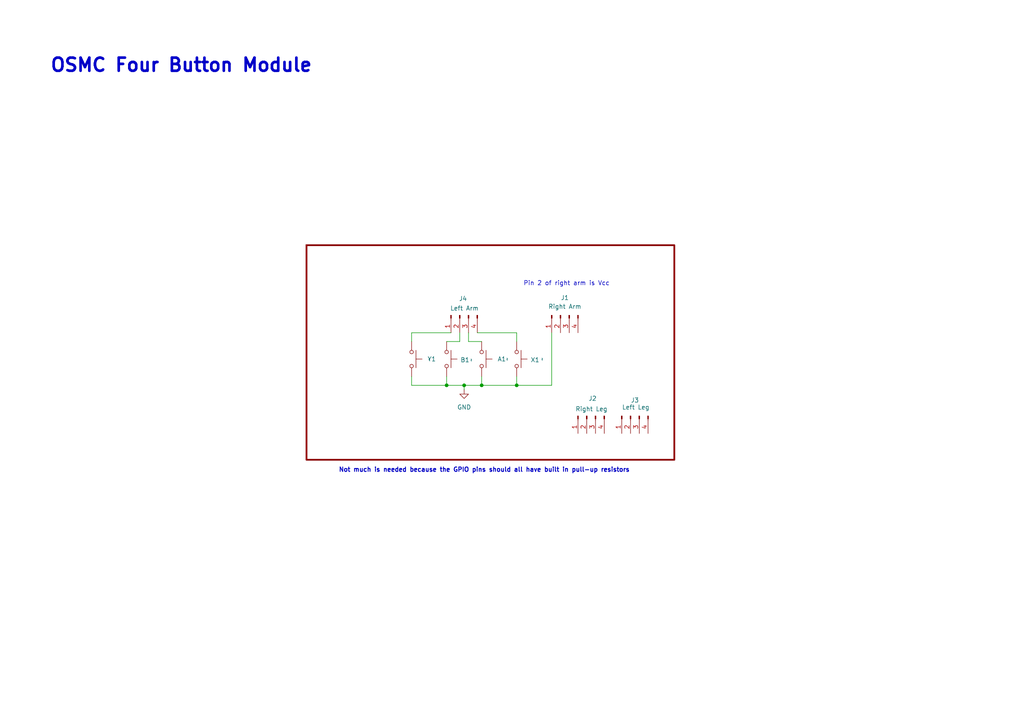
<source format=kicad_sch>
(kicad_sch
	(version 20250114)
	(generator "eeschema")
	(generator_version "9.0")
	(uuid "5710c097-548c-4b87-af5a-5a66621d409c")
	(paper "A4")
	(title_block
		(title "OSMC_Module_Buttons")
		(date "2025-09-30")
		(rev "0.1")
		(company "OSHE")
	)
	(lib_symbols
		(symbol "Connector:Conn_01x04_Pin"
			(pin_names
				(offset 1.016)
				(hide yes)
			)
			(exclude_from_sim no)
			(in_bom yes)
			(on_board yes)
			(property "Reference" "J"
				(at 0 5.08 0)
				(effects
					(font
						(size 1.27 1.27)
					)
				)
			)
			(property "Value" "Conn_01x04_Pin"
				(at 0 -7.62 0)
				(effects
					(font
						(size 1.27 1.27)
					)
				)
			)
			(property "Footprint" ""
				(at 0 0 0)
				(effects
					(font
						(size 1.27 1.27)
					)
					(hide yes)
				)
			)
			(property "Datasheet" "~"
				(at 0 0 0)
				(effects
					(font
						(size 1.27 1.27)
					)
					(hide yes)
				)
			)
			(property "Description" "Generic connector, single row, 01x04, script generated"
				(at 0 0 0)
				(effects
					(font
						(size 1.27 1.27)
					)
					(hide yes)
				)
			)
			(property "ki_locked" ""
				(at 0 0 0)
				(effects
					(font
						(size 1.27 1.27)
					)
				)
			)
			(property "ki_keywords" "connector"
				(at 0 0 0)
				(effects
					(font
						(size 1.27 1.27)
					)
					(hide yes)
				)
			)
			(property "ki_fp_filters" "Connector*:*_1x??_*"
				(at 0 0 0)
				(effects
					(font
						(size 1.27 1.27)
					)
					(hide yes)
				)
			)
			(symbol "Conn_01x04_Pin_1_1"
				(rectangle
					(start 0.8636 2.667)
					(end 0 2.413)
					(stroke
						(width 0.1524)
						(type default)
					)
					(fill
						(type outline)
					)
				)
				(rectangle
					(start 0.8636 0.127)
					(end 0 -0.127)
					(stroke
						(width 0.1524)
						(type default)
					)
					(fill
						(type outline)
					)
				)
				(rectangle
					(start 0.8636 -2.413)
					(end 0 -2.667)
					(stroke
						(width 0.1524)
						(type default)
					)
					(fill
						(type outline)
					)
				)
				(rectangle
					(start 0.8636 -4.953)
					(end 0 -5.207)
					(stroke
						(width 0.1524)
						(type default)
					)
					(fill
						(type outline)
					)
				)
				(polyline
					(pts
						(xy 1.27 2.54) (xy 0.8636 2.54)
					)
					(stroke
						(width 0.1524)
						(type default)
					)
					(fill
						(type none)
					)
				)
				(polyline
					(pts
						(xy 1.27 0) (xy 0.8636 0)
					)
					(stroke
						(width 0.1524)
						(type default)
					)
					(fill
						(type none)
					)
				)
				(polyline
					(pts
						(xy 1.27 -2.54) (xy 0.8636 -2.54)
					)
					(stroke
						(width 0.1524)
						(type default)
					)
					(fill
						(type none)
					)
				)
				(polyline
					(pts
						(xy 1.27 -5.08) (xy 0.8636 -5.08)
					)
					(stroke
						(width 0.1524)
						(type default)
					)
					(fill
						(type none)
					)
				)
				(pin passive line
					(at 5.08 2.54 180)
					(length 3.81)
					(name "Pin_1"
						(effects
							(font
								(size 1.27 1.27)
							)
						)
					)
					(number "1"
						(effects
							(font
								(size 1.27 1.27)
							)
						)
					)
				)
				(pin passive line
					(at 5.08 0 180)
					(length 3.81)
					(name "Pin_2"
						(effects
							(font
								(size 1.27 1.27)
							)
						)
					)
					(number "2"
						(effects
							(font
								(size 1.27 1.27)
							)
						)
					)
				)
				(pin passive line
					(at 5.08 -2.54 180)
					(length 3.81)
					(name "Pin_3"
						(effects
							(font
								(size 1.27 1.27)
							)
						)
					)
					(number "3"
						(effects
							(font
								(size 1.27 1.27)
							)
						)
					)
				)
				(pin passive line
					(at 5.08 -5.08 180)
					(length 3.81)
					(name "Pin_4"
						(effects
							(font
								(size 1.27 1.27)
							)
						)
					)
					(number "4"
						(effects
							(font
								(size 1.27 1.27)
							)
						)
					)
				)
			)
			(embedded_fonts no)
		)
		(symbol "Switch:SW_Push"
			(pin_numbers
				(hide yes)
			)
			(pin_names
				(offset 1.016)
				(hide yes)
			)
			(exclude_from_sim no)
			(in_bom yes)
			(on_board yes)
			(property "Reference" "SW"
				(at 1.27 2.54 0)
				(effects
					(font
						(size 1.27 1.27)
					)
					(justify left)
				)
			)
			(property "Value" "SW_Push"
				(at 0 -1.524 0)
				(effects
					(font
						(size 1.27 1.27)
					)
				)
			)
			(property "Footprint" ""
				(at 0 5.08 0)
				(effects
					(font
						(size 1.27 1.27)
					)
					(hide yes)
				)
			)
			(property "Datasheet" "~"
				(at 0 5.08 0)
				(effects
					(font
						(size 1.27 1.27)
					)
					(hide yes)
				)
			)
			(property "Description" "Push button switch, generic, two pins"
				(at 0 0 0)
				(effects
					(font
						(size 1.27 1.27)
					)
					(hide yes)
				)
			)
			(property "ki_keywords" "switch normally-open pushbutton push-button"
				(at 0 0 0)
				(effects
					(font
						(size 1.27 1.27)
					)
					(hide yes)
				)
			)
			(symbol "SW_Push_0_1"
				(circle
					(center -2.032 0)
					(radius 0.508)
					(stroke
						(width 0)
						(type default)
					)
					(fill
						(type none)
					)
				)
				(polyline
					(pts
						(xy 0 1.27) (xy 0 3.048)
					)
					(stroke
						(width 0)
						(type default)
					)
					(fill
						(type none)
					)
				)
				(circle
					(center 2.032 0)
					(radius 0.508)
					(stroke
						(width 0)
						(type default)
					)
					(fill
						(type none)
					)
				)
				(polyline
					(pts
						(xy 2.54 1.27) (xy -2.54 1.27)
					)
					(stroke
						(width 0)
						(type default)
					)
					(fill
						(type none)
					)
				)
				(pin passive line
					(at -5.08 0 0)
					(length 2.54)
					(name "1"
						(effects
							(font
								(size 1.27 1.27)
							)
						)
					)
					(number "1"
						(effects
							(font
								(size 1.27 1.27)
							)
						)
					)
				)
				(pin passive line
					(at 5.08 0 180)
					(length 2.54)
					(name "2"
						(effects
							(font
								(size 1.27 1.27)
							)
						)
					)
					(number "2"
						(effects
							(font
								(size 1.27 1.27)
							)
						)
					)
				)
			)
			(embedded_fonts no)
		)
		(symbol "power:GND"
			(power)
			(pin_numbers
				(hide yes)
			)
			(pin_names
				(offset 0)
				(hide yes)
			)
			(exclude_from_sim no)
			(in_bom yes)
			(on_board yes)
			(property "Reference" "#PWR"
				(at 0 -6.35 0)
				(effects
					(font
						(size 1.27 1.27)
					)
					(hide yes)
				)
			)
			(property "Value" "GND"
				(at 0 -3.81 0)
				(effects
					(font
						(size 1.27 1.27)
					)
				)
			)
			(property "Footprint" ""
				(at 0 0 0)
				(effects
					(font
						(size 1.27 1.27)
					)
					(hide yes)
				)
			)
			(property "Datasheet" ""
				(at 0 0 0)
				(effects
					(font
						(size 1.27 1.27)
					)
					(hide yes)
				)
			)
			(property "Description" "Power symbol creates a global label with name \"GND\" , ground"
				(at 0 0 0)
				(effects
					(font
						(size 1.27 1.27)
					)
					(hide yes)
				)
			)
			(property "ki_keywords" "global power"
				(at 0 0 0)
				(effects
					(font
						(size 1.27 1.27)
					)
					(hide yes)
				)
			)
			(symbol "GND_0_1"
				(polyline
					(pts
						(xy 0 0) (xy 0 -1.27) (xy 1.27 -1.27) (xy 0 -2.54) (xy -1.27 -1.27) (xy 0 -1.27)
					)
					(stroke
						(width 0)
						(type default)
					)
					(fill
						(type none)
					)
				)
			)
			(symbol "GND_1_1"
				(pin power_in line
					(at 0 0 270)
					(length 0)
					(name "~"
						(effects
							(font
								(size 1.27 1.27)
							)
						)
					)
					(number "1"
						(effects
							(font
								(size 1.27 1.27)
							)
						)
					)
				)
			)
			(embedded_fonts no)
		)
	)
	(rectangle
		(start 88.9 71.12)
		(end 195.58 133.35)
		(stroke
			(width 0.508)
			(type solid)
			(color 132 0 0 1)
		)
		(fill
			(type none)
		)
		(uuid 0c9b4829-09d7-4b84-af0e-3a48f9a923c2)
	)
	(text "Not much is needed because the GPIO pins should all have built in pull-up resistors"
		(exclude_from_sim no)
		(at 140.462 136.398 0)
		(effects
			(font
				(size 1.27 1.27)
				(thickness 0.254)
				(bold yes)
			)
		)
		(uuid "054a0e42-ab39-46d3-a1ec-650793f2f9f2")
	)
	(text "Pin 2 of right arm is Vcc\n"
		(exclude_from_sim no)
		(at 164.338 82.296 0)
		(effects
			(font
				(size 1.27 1.27)
			)
		)
		(uuid "5f0e2da6-ac64-4011-857b-c9b519fecf0d")
	)
	(text "OSMC Four Button Module"
		(exclude_from_sim no)
		(at 52.578 19.05 0)
		(effects
			(font
				(size 3.81 3.81)
				(thickness 0.762)
				(bold yes)
			)
		)
		(uuid "afe3406c-f687-4ac6-9ef2-5fdc1a33d6a2")
	)
	(junction
		(at 129.54 111.76)
		(diameter 0)
		(color 0 0 0 0)
		(uuid "0518b4fc-4168-433d-82d4-bb98bd502c59")
	)
	(junction
		(at 134.62 111.76)
		(diameter 0)
		(color 0 0 0 0)
		(uuid "a77fed48-e612-4221-8ae5-ca86298837f4")
	)
	(junction
		(at 139.7 111.76)
		(diameter 0)
		(color 0 0 0 0)
		(uuid "c77da9bf-ac95-4e12-811a-ccfc5ea746de")
	)
	(junction
		(at 149.86 111.76)
		(diameter 0)
		(color 0 0 0 0)
		(uuid "d2245557-97a4-40d9-a7e6-0f939403f445")
	)
	(wire
		(pts
			(xy 135.89 99.06) (xy 139.7 99.06)
		)
		(stroke
			(width 0)
			(type default)
		)
		(uuid "00e7bf80-a28f-43a9-bd58-80b375bbbd9a")
	)
	(wire
		(pts
			(xy 149.86 96.52) (xy 149.86 99.06)
		)
		(stroke
			(width 0)
			(type default)
		)
		(uuid "198a1a77-6aeb-407a-81ca-afcebb0361a3")
	)
	(wire
		(pts
			(xy 119.38 111.76) (xy 129.54 111.76)
		)
		(stroke
			(width 0)
			(type default)
		)
		(uuid "2f91b09f-88ee-479f-991a-54e40f656c4b")
	)
	(wire
		(pts
			(xy 138.43 96.52) (xy 149.86 96.52)
		)
		(stroke
			(width 0)
			(type default)
		)
		(uuid "48a77723-3953-4b27-91c3-33989503f07a")
	)
	(wire
		(pts
			(xy 129.54 109.22) (xy 129.54 111.76)
		)
		(stroke
			(width 0)
			(type default)
		)
		(uuid "6ced5dba-32b3-4981-a81b-2c932d11939d")
	)
	(wire
		(pts
			(xy 139.7 111.76) (xy 149.86 111.76)
		)
		(stroke
			(width 0)
			(type default)
		)
		(uuid "7fca58f8-2934-436f-b28a-5f88fcb5df3a")
	)
	(wire
		(pts
			(xy 160.02 96.52) (xy 160.02 111.76)
		)
		(stroke
			(width 0)
			(type default)
		)
		(uuid "8b18a645-dff0-426d-8f34-cded71d7bc41")
	)
	(wire
		(pts
			(xy 149.86 109.22) (xy 149.86 111.76)
		)
		(stroke
			(width 0)
			(type default)
		)
		(uuid "a55c3c4b-25e4-4426-b3f4-80d94f215913")
	)
	(wire
		(pts
			(xy 133.35 96.52) (xy 133.35 99.06)
		)
		(stroke
			(width 0)
			(type default)
		)
		(uuid "a6940184-3fea-4dc4-b1a4-efe34bb0f00c")
	)
	(wire
		(pts
			(xy 133.35 99.06) (xy 129.54 99.06)
		)
		(stroke
			(width 0)
			(type default)
		)
		(uuid "aa26c410-4f79-4a68-804d-04ffb4459c4c")
	)
	(wire
		(pts
			(xy 129.54 111.76) (xy 134.62 111.76)
		)
		(stroke
			(width 0)
			(type default)
		)
		(uuid "c2ddba6b-81b7-488f-894a-29d47d850833")
	)
	(wire
		(pts
			(xy 119.38 96.52) (xy 119.38 99.06)
		)
		(stroke
			(width 0)
			(type default)
		)
		(uuid "c6cefda9-614a-4981-a16c-cb2932ec6f6b")
	)
	(wire
		(pts
			(xy 135.89 96.52) (xy 135.89 99.06)
		)
		(stroke
			(width 0)
			(type default)
		)
		(uuid "da379434-6eb8-40f6-99d0-69202c9de5fc")
	)
	(wire
		(pts
			(xy 119.38 109.22) (xy 119.38 111.76)
		)
		(stroke
			(width 0)
			(type default)
		)
		(uuid "dfd4dc28-8fd1-494a-b954-3fef3d0d9c07")
	)
	(wire
		(pts
			(xy 139.7 109.22) (xy 139.7 111.76)
		)
		(stroke
			(width 0)
			(type default)
		)
		(uuid "e3a040ae-28fe-4ffe-bc42-fc2d2aa43d92")
	)
	(wire
		(pts
			(xy 130.81 96.52) (xy 119.38 96.52)
		)
		(stroke
			(width 0)
			(type default)
		)
		(uuid "e3c5236a-8562-43e0-a3ec-884e8c93c312")
	)
	(wire
		(pts
			(xy 149.86 111.76) (xy 160.02 111.76)
		)
		(stroke
			(width 0)
			(type default)
		)
		(uuid "eb6450f7-70c6-4bb9-a248-3378bba8db4a")
	)
	(wire
		(pts
			(xy 134.62 113.03) (xy 134.62 111.76)
		)
		(stroke
			(width 0)
			(type default)
		)
		(uuid "ed0ee988-80b6-4d77-84a4-ae7b670fcefb")
	)
	(wire
		(pts
			(xy 134.62 111.76) (xy 139.7 111.76)
		)
		(stroke
			(width 0)
			(type default)
		)
		(uuid "fa05d786-2b50-46b0-a01d-77165bc7f4c4")
	)
	(symbol
		(lib_id "Switch:SW_Push")
		(at 149.86 104.14 270)
		(unit 1)
		(exclude_from_sim no)
		(in_bom yes)
		(on_board yes)
		(dnp no)
		(uuid "1516c814-a4be-4ad8-8133-c8be435339d0")
		(property "Reference" "X1"
			(at 155.194 104.394 90)
			(effects
				(font
					(size 1.27 1.27)
				)
			)
		)
		(property "Value" "~"
			(at 157.226 104.14 0)
			(effects
				(font
					(size 1.27 1.27)
				)
			)
		)
		(property "Footprint" "Button_Switch_THT:SW_TH_Tactile_Omron_B3F-100x"
			(at 154.94 104.14 0)
			(effects
				(font
					(size 1.27 1.27)
				)
				(hide yes)
			)
		)
		(property "Datasheet" "~"
			(at 154.94 104.14 0)
			(effects
				(font
					(size 1.27 1.27)
				)
				(hide yes)
			)
		)
		(property "Description" "Push button switch, generic, two pins"
			(at 149.86 104.14 0)
			(effects
				(font
					(size 1.27 1.27)
				)
				(hide yes)
			)
		)
		(pin "1"
			(uuid "1b243bb4-d917-4de1-b1a8-8ea11e7635df")
		)
		(pin "2"
			(uuid "8963a303-55d5-4f08-a313-3b5d7d1fb68c")
		)
		(instances
			(project "OSMC_Module_Buttons"
				(path "/5710c097-548c-4b87-af5a-5a66621d409c"
					(reference "X1")
					(unit 1)
				)
			)
		)
	)
	(symbol
		(lib_id "power:GND")
		(at 134.62 113.03 0)
		(unit 1)
		(exclude_from_sim no)
		(in_bom yes)
		(on_board yes)
		(dnp no)
		(fields_autoplaced yes)
		(uuid "4436b4bb-b742-4856-a251-683287f58137")
		(property "Reference" "#PWR01"
			(at 134.62 119.38 0)
			(effects
				(font
					(size 1.27 1.27)
				)
				(hide yes)
			)
		)
		(property "Value" "GND"
			(at 134.62 118.11 0)
			(effects
				(font
					(size 1.27 1.27)
				)
			)
		)
		(property "Footprint" ""
			(at 134.62 113.03 0)
			(effects
				(font
					(size 1.27 1.27)
				)
				(hide yes)
			)
		)
		(property "Datasheet" ""
			(at 134.62 113.03 0)
			(effects
				(font
					(size 1.27 1.27)
				)
				(hide yes)
			)
		)
		(property "Description" "Power symbol creates a global label with name \"GND\" , ground"
			(at 134.62 113.03 0)
			(effects
				(font
					(size 1.27 1.27)
				)
				(hide yes)
			)
		)
		(pin "1"
			(uuid "689002cc-d080-49bc-84d3-4347041705e0")
		)
		(instances
			(project ""
				(path "/5710c097-548c-4b87-af5a-5a66621d409c"
					(reference "#PWR01")
					(unit 1)
				)
			)
		)
	)
	(symbol
		(lib_id "Connector:Conn_01x04_Pin")
		(at 182.88 120.65 90)
		(mirror x)
		(unit 1)
		(exclude_from_sim no)
		(in_bom yes)
		(on_board yes)
		(dnp no)
		(uuid "48a50621-e77d-47a6-bc2f-59bf6a5c9eb2")
		(property "Reference" "J3"
			(at 184.15 116.078 90)
			(effects
				(font
					(size 1.27 1.27)
				)
			)
		)
		(property "Value" "Left Leg"
			(at 184.404 118.11 90)
			(effects
				(font
					(size 1.27 1.27)
				)
			)
		)
		(property "Footprint" "Connector_PinHeader_2.54mm:PinHeader_1x04_P2.54mm_Vertical"
			(at 182.88 120.65 0)
			(effects
				(font
					(size 1.27 1.27)
				)
				(hide yes)
			)
		)
		(property "Datasheet" "~"
			(at 182.88 120.65 0)
			(effects
				(font
					(size 1.27 1.27)
				)
				(hide yes)
			)
		)
		(property "Description" "Generic connector, single row, 01x04, script generated"
			(at 182.88 120.65 0)
			(effects
				(font
					(size 1.27 1.27)
				)
				(hide yes)
			)
		)
		(pin "1"
			(uuid "62070349-802e-4206-ad37-41de07355217")
		)
		(pin "3"
			(uuid "927b97aa-80d9-4c17-a64e-c1d6a853c058")
		)
		(pin "2"
			(uuid "e8512bb1-e2c6-4107-b3b9-9a2a940efe56")
		)
		(pin "4"
			(uuid "98ce1058-07d8-4341-8283-98fe95c738f8")
		)
		(instances
			(project "OSMC_Module_Buttons"
				(path "/5710c097-548c-4b87-af5a-5a66621d409c"
					(reference "J3")
					(unit 1)
				)
			)
		)
	)
	(symbol
		(lib_id "Connector:Conn_01x04_Pin")
		(at 162.56 91.44 90)
		(mirror x)
		(unit 1)
		(exclude_from_sim no)
		(in_bom yes)
		(on_board yes)
		(dnp no)
		(fields_autoplaced yes)
		(uuid "6e493417-7873-4aba-bad7-730164b4dc1a")
		(property "Reference" "J1"
			(at 163.83 86.36 90)
			(effects
				(font
					(size 1.27 1.27)
				)
			)
		)
		(property "Value" "Right Arm"
			(at 163.83 88.9 90)
			(effects
				(font
					(size 1.27 1.27)
				)
			)
		)
		(property "Footprint" "Connector_PinHeader_2.54mm:PinHeader_1x04_P2.54mm_Vertical"
			(at 162.56 91.44 0)
			(effects
				(font
					(size 1.27 1.27)
				)
				(hide yes)
			)
		)
		(property "Datasheet" "~"
			(at 162.56 91.44 0)
			(effects
				(font
					(size 1.27 1.27)
				)
				(hide yes)
			)
		)
		(property "Description" "Generic connector, single row, 01x04, script generated"
			(at 162.56 91.44 0)
			(effects
				(font
					(size 1.27 1.27)
				)
				(hide yes)
			)
		)
		(pin "1"
			(uuid "8ee00b10-59c4-451d-b8ee-e85352384fde")
		)
		(pin "3"
			(uuid "2b230386-eeb3-486f-b310-3a38c127640e")
		)
		(pin "2"
			(uuid "ae1d52f6-c439-4bac-a51c-856d4f622437")
		)
		(pin "4"
			(uuid "2bcdda08-a4f2-467b-b74d-626473fcc159")
		)
		(instances
			(project ""
				(path "/5710c097-548c-4b87-af5a-5a66621d409c"
					(reference "J1")
					(unit 1)
				)
			)
		)
	)
	(symbol
		(lib_id "Switch:SW_Push")
		(at 119.38 104.14 270)
		(unit 1)
		(exclude_from_sim no)
		(in_bom yes)
		(on_board yes)
		(dnp no)
		(uuid "8501c776-da1c-4ace-9b3e-78f2b0a9fd0f")
		(property "Reference" "Y1"
			(at 125.222 104.14 90)
			(effects
				(font
					(size 1.27 1.27)
				)
			)
		)
		(property "Value" "~"
			(at 124.46 104.14 0)
			(effects
				(font
					(size 1.27 1.27)
				)
			)
		)
		(property "Footprint" "Button_Switch_THT:SW_TH_Tactile_Omron_B3F-100x"
			(at 124.46 104.14 0)
			(effects
				(font
					(size 1.27 1.27)
				)
				(hide yes)
			)
		)
		(property "Datasheet" "~"
			(at 124.46 104.14 0)
			(effects
				(font
					(size 1.27 1.27)
				)
				(hide yes)
			)
		)
		(property "Description" "Push button switch, generic, two pins"
			(at 119.38 104.14 0)
			(effects
				(font
					(size 1.27 1.27)
				)
				(hide yes)
			)
		)
		(pin "1"
			(uuid "b3de7694-5b30-4e39-8529-88a9ca460a01")
		)
		(pin "2"
			(uuid "e6fa48ac-67d8-43ea-931c-853b57d688f6")
		)
		(instances
			(project "OSMC_Module_Buttons"
				(path "/5710c097-548c-4b87-af5a-5a66621d409c"
					(reference "Y1")
					(unit 1)
				)
			)
		)
	)
	(symbol
		(lib_id "Connector:Conn_01x04_Pin")
		(at 170.18 120.65 90)
		(mirror x)
		(unit 1)
		(exclude_from_sim no)
		(in_bom yes)
		(on_board yes)
		(dnp no)
		(uuid "a69914ab-7c2d-4ee3-9846-4bda1e1dabd2")
		(property "Reference" "J2"
			(at 170.688 115.57 90)
			(effects
				(font
					(size 1.27 1.27)
				)
				(justify right)
			)
		)
		(property "Value" "Right Leg"
			(at 166.878 118.618 90)
			(effects
				(font
					(size 1.27 1.27)
				)
				(justify right)
			)
		)
		(property "Footprint" "Connector_PinHeader_2.54mm:PinHeader_1x04_P2.54mm_Vertical"
			(at 170.18 120.65 0)
			(effects
				(font
					(size 1.27 1.27)
				)
				(hide yes)
			)
		)
		(property "Datasheet" "~"
			(at 170.18 120.65 0)
			(effects
				(font
					(size 1.27 1.27)
				)
				(hide yes)
			)
		)
		(property "Description" "Generic connector, single row, 01x04, script generated"
			(at 170.18 120.65 0)
			(effects
				(font
					(size 1.27 1.27)
				)
				(hide yes)
			)
		)
		(pin "1"
			(uuid "9aaab81e-634e-48da-9508-6eaaf03177bf")
		)
		(pin "3"
			(uuid "af05c4c3-f6a4-494f-b905-15656accbfaf")
		)
		(pin "2"
			(uuid "5b4fedbc-e493-4458-b553-fa9f1e0ede4d")
		)
		(pin "4"
			(uuid "011fcc47-9b40-4ca1-9845-150191b9a140")
		)
		(instances
			(project "OSMC_Module_Buttons"
				(path "/5710c097-548c-4b87-af5a-5a66621d409c"
					(reference "J2")
					(unit 1)
				)
			)
		)
	)
	(symbol
		(lib_id "Switch:SW_Push")
		(at 139.7 104.14 270)
		(unit 1)
		(exclude_from_sim no)
		(in_bom yes)
		(on_board yes)
		(dnp no)
		(uuid "a92ce00b-370b-4776-9af2-db6002bd41c1")
		(property "Reference" "A1"
			(at 145.542 104.14 90)
			(effects
				(font
					(size 1.27 1.27)
				)
			)
		)
		(property "Value" "~"
			(at 147.066 104.14 0)
			(effects
				(font
					(size 1.27 1.27)
				)
			)
		)
		(property "Footprint" "Button_Switch_THT:SW_TH_Tactile_Omron_B3F-100x"
			(at 144.78 104.14 0)
			(effects
				(font
					(size 1.27 1.27)
				)
				(hide yes)
			)
		)
		(property "Datasheet" "~"
			(at 144.78 104.14 0)
			(effects
				(font
					(size 1.27 1.27)
				)
				(hide yes)
			)
		)
		(property "Description" "Push button switch, generic, two pins"
			(at 139.7 104.14 0)
			(effects
				(font
					(size 1.27 1.27)
				)
				(hide yes)
			)
		)
		(pin "1"
			(uuid "adb44840-c18b-4c56-af2b-018c30dd7edd")
		)
		(pin "2"
			(uuid "bd89264b-1a22-4063-a9d4-9cf2e4f61218")
		)
		(instances
			(project ""
				(path "/5710c097-548c-4b87-af5a-5a66621d409c"
					(reference "A1")
					(unit 1)
				)
			)
		)
	)
	(symbol
		(lib_id "Connector:Conn_01x04_Pin")
		(at 133.35 91.44 90)
		(mirror x)
		(unit 1)
		(exclude_from_sim no)
		(in_bom yes)
		(on_board yes)
		(dnp no)
		(uuid "ae73fcff-d3eb-420b-a434-01878339ed2d")
		(property "Reference" "J4"
			(at 133.096 86.614 90)
			(effects
				(font
					(size 1.27 1.27)
				)
				(justify right)
			)
		)
		(property "Value" "Left Arm"
			(at 130.556 89.408 90)
			(effects
				(font
					(size 1.27 1.27)
				)
				(justify right)
			)
		)
		(property "Footprint" "Connector_PinHeader_2.54mm:PinHeader_1x04_P2.54mm_Vertical"
			(at 133.35 91.44 0)
			(effects
				(font
					(size 1.27 1.27)
				)
				(hide yes)
			)
		)
		(property "Datasheet" "~"
			(at 133.35 91.44 0)
			(effects
				(font
					(size 1.27 1.27)
				)
				(hide yes)
			)
		)
		(property "Description" "Generic connector, single row, 01x04, script generated"
			(at 133.35 91.44 0)
			(effects
				(font
					(size 1.27 1.27)
				)
				(hide yes)
			)
		)
		(pin "1"
			(uuid "d1a72d5d-b979-4763-9119-c77943c8cf78")
		)
		(pin "3"
			(uuid "ea8a51c5-03eb-4c98-8675-f43681052621")
		)
		(pin "2"
			(uuid "abf7d701-d75f-4cd5-aebd-ec4419c77641")
		)
		(pin "4"
			(uuid "949e2d10-729f-43a6-aea8-ad157beb8d28")
		)
		(instances
			(project "OSMC_Module_Buttons"
				(path "/5710c097-548c-4b87-af5a-5a66621d409c"
					(reference "J4")
					(unit 1)
				)
			)
		)
	)
	(symbol
		(lib_id "Switch:SW_Push")
		(at 129.54 104.14 270)
		(unit 1)
		(exclude_from_sim no)
		(in_bom yes)
		(on_board yes)
		(dnp no)
		(uuid "bd8bb792-bfa5-47ba-9470-6bfd619de91e")
		(property "Reference" "B1"
			(at 134.874 104.394 90)
			(effects
				(font
					(size 1.27 1.27)
				)
			)
		)
		(property "Value" "~"
			(at 136.652 104.394 0)
			(effects
				(font
					(size 1.27 1.27)
				)
			)
		)
		(property "Footprint" "Button_Switch_THT:SW_TH_Tactile_Omron_B3F-100x"
			(at 134.62 104.14 0)
			(effects
				(font
					(size 1.27 1.27)
				)
				(hide yes)
			)
		)
		(property "Datasheet" "~"
			(at 134.62 104.14 0)
			(effects
				(font
					(size 1.27 1.27)
				)
				(hide yes)
			)
		)
		(property "Description" "Push button switch, generic, two pins"
			(at 129.54 104.14 0)
			(effects
				(font
					(size 1.27 1.27)
				)
				(hide yes)
			)
		)
		(pin "1"
			(uuid "f643d785-09c5-4cff-b22c-acce0c11b1f3")
		)
		(pin "2"
			(uuid "1393b034-8052-4235-969d-ba202e657cf5")
		)
		(instances
			(project "OSMC_Module_Buttons"
				(path "/5710c097-548c-4b87-af5a-5a66621d409c"
					(reference "B1")
					(unit 1)
				)
			)
		)
	)
	(sheet_instances
		(path "/"
			(page "1")
		)
	)
	(embedded_fonts no)
)

</source>
